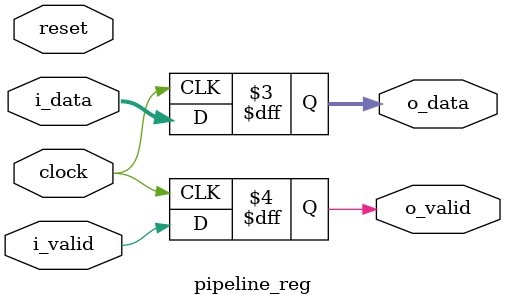
<source format=sv>
module pipeline_reg #(
	/* Data Width:
	 * Data input/output bits */
	parameter DATA_WIDTH = 0

)(
	input clock,
	input reset,

	/* Sender Signals */
	input reg signed 	[DATA_WIDTH-1:0]	i_data,
	input reg i_valid,

	/* Receiver Signals */
	output reg signed 	[DATA_WIDTH-1:0]	o_data,
	output reg o_valid
);

	initial begin
		o_data = {(DATA_WIDTH){1'b0}};
		o_valid = 1'b0;
	end

	always@(posedge clock) begin
		o_data <= i_data;
		o_valid <= i_valid;
	end

//	always@(posedge clock or posedge reset) begin
//		if(reset) begin
//			o_data <= {(DATA_WIDTH){1'b0}};
//			o_valid <= 1'b0;
//		end else begin
//			o_data <= i_data;
//			o_valid <= i_valid;
//		end
//	end

endmodule

</source>
